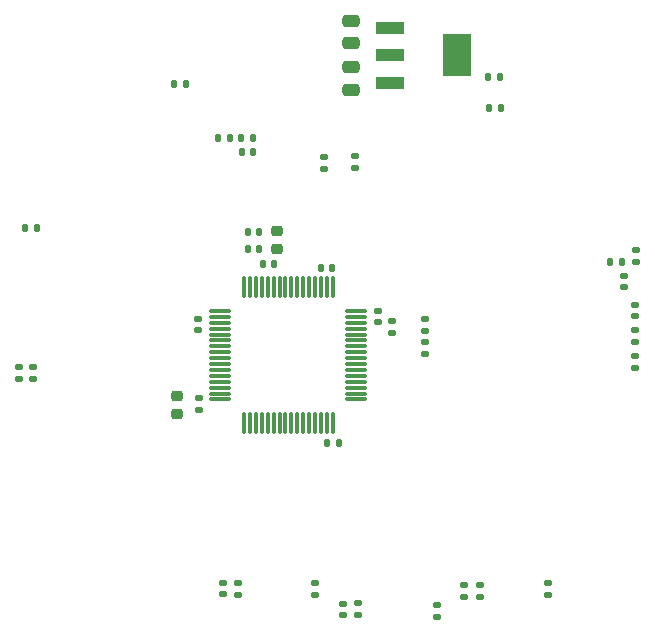
<source format=gtp>
%TF.GenerationSoftware,KiCad,Pcbnew,8.0.4*%
%TF.CreationDate,2024-08-30T00:59:45+02:00*%
%TF.ProjectId,smartEggTimer,736d6172-7445-4676-9754-696d65722e6b,rev?*%
%TF.SameCoordinates,Original*%
%TF.FileFunction,Paste,Top*%
%TF.FilePolarity,Positive*%
%FSLAX46Y46*%
G04 Gerber Fmt 4.6, Leading zero omitted, Abs format (unit mm)*
G04 Created by KiCad (PCBNEW 8.0.4) date 2024-08-30 00:59:45*
%MOMM*%
%LPD*%
G01*
G04 APERTURE LIST*
G04 Aperture macros list*
%AMRoundRect*
0 Rectangle with rounded corners*
0 $1 Rounding radius*
0 $2 $3 $4 $5 $6 $7 $8 $9 X,Y pos of 4 corners*
0 Add a 4 corners polygon primitive as box body*
4,1,4,$2,$3,$4,$5,$6,$7,$8,$9,$2,$3,0*
0 Add four circle primitives for the rounded corners*
1,1,$1+$1,$2,$3*
1,1,$1+$1,$4,$5*
1,1,$1+$1,$6,$7*
1,1,$1+$1,$8,$9*
0 Add four rect primitives between the rounded corners*
20,1,$1+$1,$2,$3,$4,$5,0*
20,1,$1+$1,$4,$5,$6,$7,0*
20,1,$1+$1,$6,$7,$8,$9,0*
20,1,$1+$1,$8,$9,$2,$3,0*%
G04 Aperture macros list end*
%ADD10RoundRect,0.135000X0.185000X-0.135000X0.185000X0.135000X-0.185000X0.135000X-0.185000X-0.135000X0*%
%ADD11RoundRect,0.135000X-0.135000X-0.185000X0.135000X-0.185000X0.135000X0.185000X-0.135000X0.185000X0*%
%ADD12RoundRect,0.140000X-0.140000X-0.170000X0.140000X-0.170000X0.140000X0.170000X-0.140000X0.170000X0*%
%ADD13RoundRect,0.135000X-0.185000X0.135000X-0.185000X-0.135000X0.185000X-0.135000X0.185000X0.135000X0*%
%ADD14RoundRect,0.140000X0.140000X0.170000X-0.140000X0.170000X-0.140000X-0.170000X0.140000X-0.170000X0*%
%ADD15R,2.465000X1.050000*%
%ADD16R,2.465000X3.540000*%
%ADD17RoundRect,0.140000X-0.170000X0.140000X-0.170000X-0.140000X0.170000X-0.140000X0.170000X0.140000X0*%
%ADD18RoundRect,0.140000X0.170000X-0.140000X0.170000X0.140000X-0.170000X0.140000X-0.170000X-0.140000X0*%
%ADD19O,0.300000X2.000000*%
%ADD20O,2.000000X0.300000*%
%ADD21RoundRect,0.250000X-0.475000X0.250000X-0.475000X-0.250000X0.475000X-0.250000X0.475000X0.250000X0*%
%ADD22RoundRect,0.135000X0.135000X0.185000X-0.135000X0.185000X-0.135000X-0.185000X0.135000X-0.185000X0*%
%ADD23RoundRect,0.225000X0.250000X-0.225000X0.250000X0.225000X-0.250000X0.225000X-0.250000X-0.225000X0*%
%ADD24RoundRect,0.218750X0.256250X-0.218750X0.256250X0.218750X-0.256250X0.218750X-0.256250X-0.218750X0*%
%ADD25RoundRect,0.250000X0.475000X-0.250000X0.475000X0.250000X-0.475000X0.250000X-0.475000X-0.250000X0*%
G04 APERTURE END LIST*
D10*
%TO.C,R11*%
X120575000Y-106085000D03*
X120575000Y-105065000D03*
%TD*%
D11*
%TO.C,R12*%
X87275000Y-86585000D03*
X88295000Y-86585000D03*
%TD*%
D12*
%TO.C,C7*%
X89070000Y-97275000D03*
X90030000Y-97275000D03*
%TD*%
D10*
%TO.C,R10*%
X120575000Y-103885000D03*
X120575000Y-102865000D03*
%TD*%
D13*
%TO.C,R8*%
X120685000Y-96095000D03*
X120685000Y-97115000D03*
%TD*%
D10*
%TO.C,R20*%
X113250000Y-125250000D03*
X113250000Y-124230000D03*
%TD*%
D11*
%TO.C,R14*%
X68965000Y-94200000D03*
X69985000Y-94200000D03*
%TD*%
D14*
%TO.C,C3*%
X95530000Y-112450000D03*
X94570000Y-112450000D03*
%TD*%
D10*
%TO.C,R16*%
X103816400Y-127119600D03*
X103816400Y-126099600D03*
%TD*%
D15*
%TO.C,U2*%
X99842500Y-77300000D03*
D16*
X105557500Y-79600000D03*
D15*
X99842500Y-79600000D03*
X99842500Y-81900000D03*
%TD*%
D17*
%TO.C,C17*%
X85750000Y-124270000D03*
X85750000Y-125230000D03*
%TD*%
D11*
%TO.C,R1*%
X81540000Y-82050000D03*
X82560000Y-82050000D03*
%TD*%
%TO.C,R5*%
X108230000Y-84050000D03*
X109250000Y-84050000D03*
%TD*%
D10*
%TO.C,R15*%
X69600000Y-107000000D03*
X69600000Y-105980000D03*
%TD*%
D13*
%TO.C,R23*%
X96900000Y-88125000D03*
X96900000Y-89145000D03*
%TD*%
D12*
%TO.C,C14*%
X87335000Y-87785000D03*
X88295000Y-87785000D03*
%TD*%
D13*
%TO.C,R7*%
X102800000Y-101890000D03*
X102800000Y-102910000D03*
%TD*%
D14*
%TO.C,C9*%
X88770000Y-94555000D03*
X87810000Y-94555000D03*
%TD*%
D18*
%TO.C,C2*%
X83650000Y-109605000D03*
X83650000Y-108645000D03*
%TD*%
D19*
%TO.C,U1*%
X95010000Y-99230000D03*
X94510000Y-99230000D03*
X94010000Y-99230000D03*
X93510000Y-99230000D03*
X93010000Y-99230000D03*
X92510000Y-99230000D03*
X92010000Y-99230000D03*
X91510000Y-99230000D03*
X91010000Y-99230000D03*
X90510000Y-99230000D03*
X90010000Y-99230000D03*
X89510000Y-99230000D03*
X89010000Y-99230000D03*
X88510000Y-99230000D03*
X88010000Y-99230000D03*
X87510000Y-99230000D03*
D20*
X85510000Y-101230000D03*
X85510000Y-101730000D03*
X85510000Y-102230000D03*
X85510000Y-102730000D03*
X85510000Y-103230000D03*
X85510000Y-103730000D03*
X85510000Y-104230000D03*
X85510000Y-104730000D03*
X85510000Y-105230000D03*
X85510000Y-105730000D03*
X85510000Y-106230000D03*
X85510000Y-106730000D03*
X85510000Y-107230000D03*
X85510000Y-107730000D03*
X85510000Y-108230000D03*
X85510000Y-108730000D03*
D19*
X87510000Y-110730000D03*
X88010000Y-110730000D03*
X88510000Y-110730000D03*
X89010000Y-110730000D03*
X89510000Y-110730000D03*
X90010000Y-110730000D03*
X90510000Y-110730000D03*
X91010000Y-110730000D03*
X91510000Y-110730000D03*
X92010000Y-110730000D03*
X92510000Y-110730000D03*
X93010000Y-110730000D03*
X93510000Y-110730000D03*
X94010000Y-110730000D03*
X94510000Y-110730000D03*
X95010000Y-110730000D03*
D20*
X97010000Y-108730000D03*
X97010000Y-108230000D03*
X97010000Y-107730000D03*
X97010000Y-107230000D03*
X97010000Y-106730000D03*
X97010000Y-106230000D03*
X97010000Y-105730000D03*
X97010000Y-105230000D03*
X97010000Y-104730000D03*
X97010000Y-104230000D03*
X97010000Y-103730000D03*
X97010000Y-103230000D03*
X97010000Y-102730000D03*
X97010000Y-102230000D03*
X97010000Y-101730000D03*
X97010000Y-101230000D03*
%TD*%
D11*
%TO.C,R13*%
X85305000Y-86585000D03*
X86325000Y-86585000D03*
%TD*%
D17*
%TO.C,C6*%
X98820000Y-101230000D03*
X98820000Y-102190000D03*
%TD*%
%TO.C,C13*%
X120575000Y-100720000D03*
X120575000Y-101680000D03*
%TD*%
D18*
%TO.C,C4*%
X83570000Y-102845000D03*
X83570000Y-101885000D03*
%TD*%
D13*
%TO.C,R2*%
X100060000Y-102105000D03*
X100060000Y-103125000D03*
%TD*%
D21*
%TO.C,C10*%
X96550000Y-76667500D03*
X96550000Y-78567500D03*
%TD*%
D18*
%TO.C,C15*%
X68475000Y-106970000D03*
X68475000Y-106010000D03*
%TD*%
D22*
%TO.C,R9*%
X119470000Y-97130000D03*
X118450000Y-97130000D03*
%TD*%
D13*
%TO.C,R22*%
X94300000Y-88215000D03*
X94300000Y-89235000D03*
%TD*%
D17*
%TO.C,C12*%
X119685000Y-98270000D03*
X119685000Y-99230000D03*
%TD*%
D13*
%TO.C,R21*%
X107500000Y-124430000D03*
X107500000Y-125450000D03*
%TD*%
D14*
%TO.C,C8*%
X88780000Y-95955000D03*
X87820000Y-95955000D03*
%TD*%
D17*
%TO.C,C16*%
X95917000Y-126020000D03*
X95917000Y-126980000D03*
%TD*%
D14*
%TO.C,C5*%
X94940000Y-97615000D03*
X93980000Y-97615000D03*
%TD*%
D13*
%TO.C,R17*%
X97187000Y-125990000D03*
X97187000Y-127010000D03*
%TD*%
D10*
%TO.C,R6*%
X102800000Y-104910000D03*
X102800000Y-103890000D03*
%TD*%
D23*
%TO.C,C1*%
X81800000Y-109975000D03*
X81800000Y-108425000D03*
%TD*%
D13*
%TO.C,R19*%
X87000000Y-124240000D03*
X87000000Y-125260000D03*
%TD*%
D17*
%TO.C,C18*%
X106165000Y-124460000D03*
X106165000Y-125420000D03*
%TD*%
D24*
%TO.C,FB1*%
X90260000Y-96030000D03*
X90260000Y-94455000D03*
%TD*%
D25*
%TO.C,C11*%
X96550000Y-82505000D03*
X96550000Y-80605000D03*
%TD*%
D10*
%TO.C,R18*%
X93500000Y-125260000D03*
X93500000Y-124240000D03*
%TD*%
D22*
%TO.C,R4*%
X109160000Y-81450000D03*
X108140000Y-81450000D03*
%TD*%
M02*

</source>
